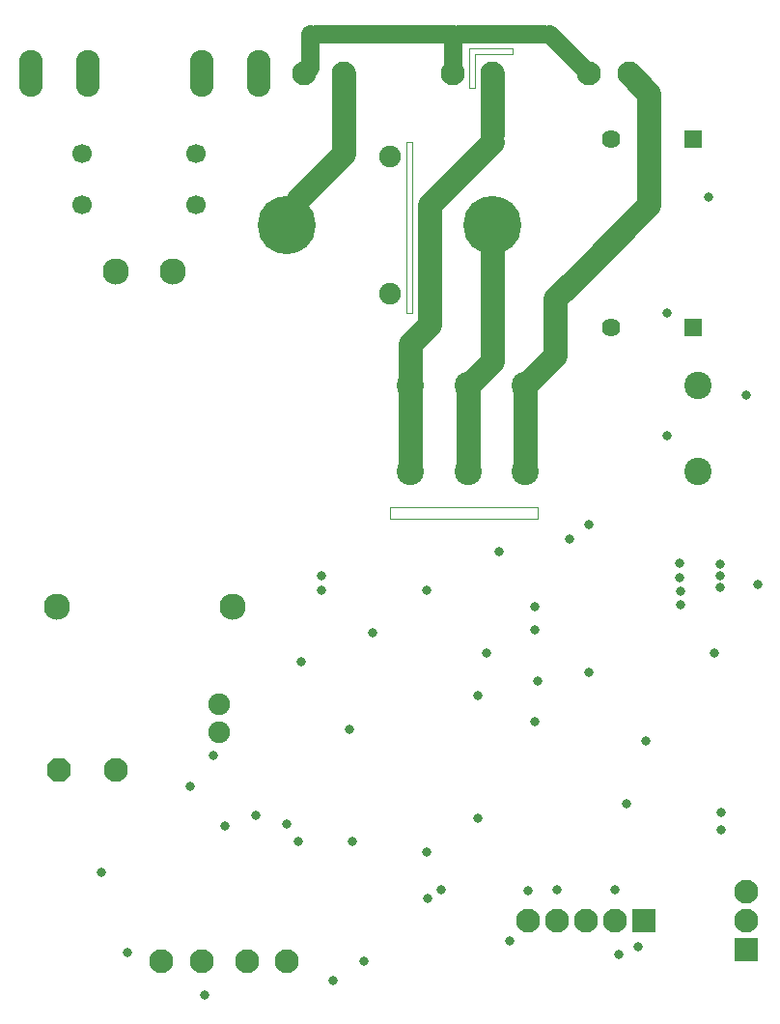
<source format=gbs>
G04 Layer_Color=16711935*
%FSLAX25Y25*%
%MOIN*%
G70*
G01*
G75*
%ADD43C,0.00394*%
%ADD45C,0.09055*%
%ADD79C,0.07480*%
%ADD80C,0.09449*%
%ADD81C,0.08268*%
%ADD82P,0.08949X8X22.5*%
%ADD83C,0.06693*%
%ADD84C,0.20079*%
%ADD85R,0.06394X0.06394*%
%ADD86C,0.06394*%
%ADD87O,0.08268X0.16142*%
%ADD88R,0.08268X0.08268*%
%ADD89R,0.08268X0.08268*%
%ADD90C,0.03150*%
%ADD91C,0.08268*%
%ADD92C,0.06299*%
D43*
X139764Y238189D02*
X141732D01*
X139764D02*
Y297244D01*
X141732D01*
Y238189D02*
Y297244D01*
X185039Y167323D02*
Y171260D01*
X133858Y167323D02*
X185039D01*
X133858D02*
Y171260D01*
X185039D01*
X163386Y315945D02*
Y327756D01*
X176181D01*
Y329724D01*
X161417D02*
X176181D01*
X161417Y315945D02*
Y329724D01*
Y315945D02*
X163386D01*
D45*
X59055Y252756D02*
D03*
X39370D02*
D03*
X79528Y137008D02*
D03*
X18898D02*
D03*
D79*
X74803Y103347D02*
D03*
Y93504D02*
D03*
X133858Y292323D02*
D03*
Y245079D02*
D03*
D80*
X141102Y213307D02*
D03*
X160945D02*
D03*
X180787D02*
D03*
X141102Y183543D02*
D03*
X240315D02*
D03*
Y213307D02*
D03*
X180787Y183543D02*
D03*
X160945D02*
D03*
D81*
X39370Y80709D02*
D03*
X118110Y320866D02*
D03*
X104331D02*
D03*
X169291D02*
D03*
X155512D02*
D03*
X216535D02*
D03*
X202756D02*
D03*
X84646Y14764D02*
D03*
X98425D02*
D03*
X256890Y38543D02*
D03*
Y28543D02*
D03*
X181772D02*
D03*
X191772D02*
D03*
X211772D02*
D03*
X201772D02*
D03*
X55118Y14764D02*
D03*
X68898D02*
D03*
D82*
X19685Y80709D02*
D03*
D83*
X66929Y293307D02*
D03*
X27559D02*
D03*
X66929Y275590D02*
D03*
X27559D02*
D03*
D84*
X98425Y268701D02*
D03*
X169291D02*
D03*
D85*
X238779Y298425D02*
D03*
Y233465D02*
D03*
D86*
X210434Y298425D02*
D03*
Y233464D02*
D03*
D87*
X9843Y320866D02*
D03*
X29528D02*
D03*
X68898D02*
D03*
X88583D02*
D03*
D88*
X256890Y18543D02*
D03*
D89*
X221772Y28543D02*
D03*
D90*
X155512Y328740D02*
D03*
X106299Y327756D02*
D03*
X180787Y196850D02*
D03*
X187008Y219488D02*
D03*
X191929Y225394D02*
D03*
Y235236D02*
D03*
Y244094D02*
D03*
X198819Y250984D02*
D03*
X205709Y258858D02*
D03*
X212598Y265748D02*
D03*
X220472Y272638D02*
D03*
X222441Y280512D02*
D03*
Y289370D02*
D03*
Y299213D02*
D03*
Y307087D02*
D03*
X222146Y316339D02*
D03*
X164567Y292520D02*
D03*
X169291Y307480D02*
D03*
Y314961D02*
D03*
Y300000D02*
D03*
X233858Y151969D02*
D03*
X234055Y146949D02*
D03*
X234154Y142323D02*
D03*
Y137795D02*
D03*
X248031Y147638D02*
D03*
Y143701D02*
D03*
Y151575D02*
D03*
X244094Y278346D02*
D03*
X169291Y253543D02*
D03*
Y244094D02*
D03*
Y230709D02*
D03*
X168898Y222441D02*
D03*
X160945Y198031D02*
D03*
X141102Y198425D02*
D03*
X140551Y221654D02*
D03*
X144882Y231102D02*
D03*
X147244Y244094D02*
D03*
X147638Y254331D02*
D03*
Y264567D02*
D03*
Y275591D02*
D03*
X155512Y283465D02*
D03*
X107087Y282283D02*
D03*
X114961Y290158D02*
D03*
X118110Y299213D02*
D03*
Y307087D02*
D03*
Y314567D02*
D03*
X196850Y326772D02*
D03*
X187008Y334646D02*
D03*
X177165D02*
D03*
X167323D02*
D03*
X157480D02*
D03*
X147638D02*
D03*
X137795D02*
D03*
X127953D02*
D03*
X118110D02*
D03*
X108268D02*
D03*
X229528Y238189D02*
D03*
X248425Y65945D02*
D03*
Y59842D02*
D03*
X219488Y19685D02*
D03*
X212913Y17047D02*
D03*
X215551Y68898D02*
D03*
X125000Y14764D02*
D03*
X43307Y17717D02*
D03*
X167323Y121063D02*
D03*
X202756Y114173D02*
D03*
X222441Y90551D02*
D03*
X164370Y106299D02*
D03*
X184055Y97441D02*
D03*
X146653Y52165D02*
D03*
X103347Y118110D02*
D03*
X120079Y94488D02*
D03*
X98425Y62008D02*
D03*
X175197Y21654D02*
D03*
X76968Y61221D02*
D03*
X87598Y64961D02*
D03*
X34449Y45276D02*
D03*
X72835Y85630D02*
D03*
X64961Y74803D02*
D03*
X184055Y136811D02*
D03*
Y128937D02*
D03*
X246063Y121063D02*
D03*
X181772Y39055D02*
D03*
X211772Y39213D02*
D03*
X191772D02*
D03*
X171555Y155905D02*
D03*
X110236Y147638D02*
D03*
X146653Y142717D02*
D03*
X185039Y111221D02*
D03*
X110256Y142736D02*
D03*
X257087Y209842D02*
D03*
X260827Y144473D02*
D03*
X127953Y127953D02*
D03*
X229528Y196063D02*
D03*
X195866Y160433D02*
D03*
X202756Y165354D02*
D03*
X114173Y7874D02*
D03*
X69882Y2953D02*
D03*
X151575Y39370D02*
D03*
X146850Y36220D02*
D03*
X121063Y56102D02*
D03*
X102362D02*
D03*
X164370Y63976D02*
D03*
D91*
X141102Y227717D02*
X147638Y234252D01*
X141102Y213307D02*
Y227717D01*
X147638Y234252D02*
Y254331D01*
Y275590D02*
X169291Y297244D01*
X141102Y198425D02*
Y213307D01*
X180787Y213366D02*
X191043Y223622D01*
Y243209D01*
X198819Y250984D01*
X223425Y275590D01*
Y289370D01*
Y307087D01*
Y313976D01*
X216535Y320866D02*
X223425Y313976D01*
X180787Y196850D02*
Y213307D01*
X169291Y221654D02*
Y230709D01*
X180787Y183543D02*
Y196850D01*
X169291Y307480D02*
Y314961D01*
Y300000D02*
Y307480D01*
Y314961D02*
Y320866D01*
X147638Y264567D02*
Y275590D01*
X169291Y253543D02*
Y268701D01*
Y244094D02*
Y253543D01*
Y230709D02*
Y244094D01*
X160945Y183543D02*
Y198031D01*
X141102Y183543D02*
Y198425D01*
X147638Y254331D02*
Y264567D01*
X160945Y213307D02*
X169291Y221654D01*
X107087Y282283D02*
X114961Y290158D01*
X102362Y277559D02*
X107087Y282283D01*
X114961Y290158D02*
X118110Y293307D01*
Y299213D02*
Y307087D01*
Y293307D02*
Y299213D01*
Y307087D02*
Y314567D01*
Y320866D01*
X160945Y198031D02*
Y213307D01*
D92*
X155512Y328740D02*
Y334646D01*
X106299Y327756D02*
Y334646D01*
X155512Y320866D02*
Y328740D01*
X106299Y322835D02*
Y327756D01*
X196850Y326772D02*
X202756Y320866D01*
X188976Y334646D02*
X196850Y326772D01*
X177165Y334646D02*
X187008D01*
X167323D02*
X177165D01*
X157480D02*
X167323D01*
X147638D02*
X155512D01*
X137795D02*
X147638D01*
X127953D02*
X137795D01*
X118110D02*
X127953D01*
X108268D02*
X118110D01*
M02*

</source>
